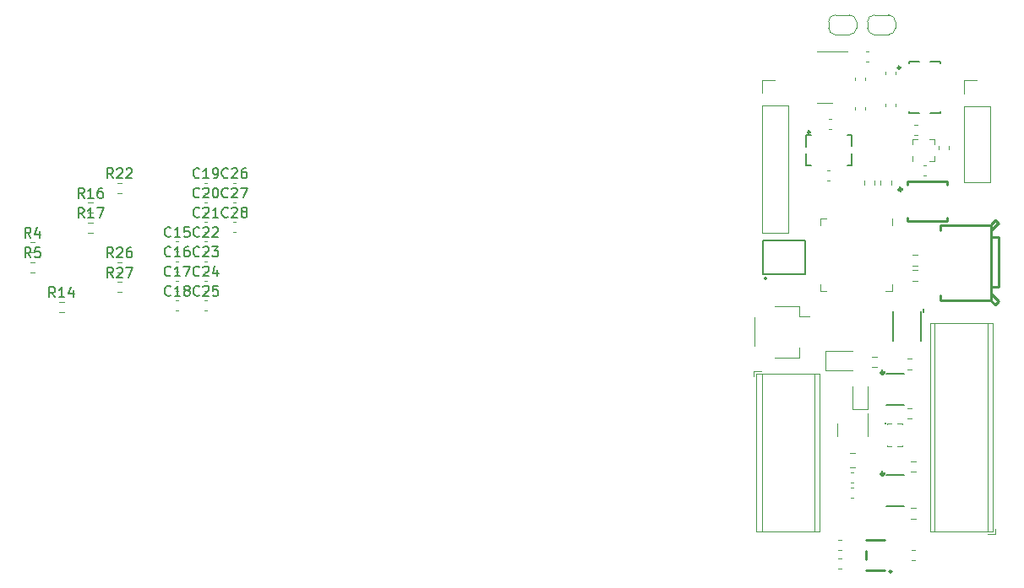
<source format=gbr>
%TF.GenerationSoftware,KiCad,Pcbnew,7.0.5*%
%TF.CreationDate,2023-12-09T18:35:52-08:00*%
%TF.ProjectId,Lyrav3,4c797261-7633-42e6-9b69-6361645f7063,rev?*%
%TF.SameCoordinates,Original*%
%TF.FileFunction,Legend,Top*%
%TF.FilePolarity,Positive*%
%FSLAX46Y46*%
G04 Gerber Fmt 4.6, Leading zero omitted, Abs format (unit mm)*
G04 Created by KiCad (PCBNEW 7.0.5) date 2023-12-09 18:35:52*
%MOMM*%
%LPD*%
G01*
G04 APERTURE LIST*
%ADD10C,0.150000*%
%ADD11C,0.120000*%
%ADD12C,0.300000*%
%ADD13C,0.200000*%
%ADD14C,0.250000*%
%ADD15C,0.100000*%
G04 APERTURE END LIST*
D10*
%TO.C,R27*%
X119720142Y-85796819D02*
X119386809Y-85320628D01*
X119148714Y-85796819D02*
X119148714Y-84796819D01*
X119148714Y-84796819D02*
X119529666Y-84796819D01*
X119529666Y-84796819D02*
X119624904Y-84844438D01*
X119624904Y-84844438D02*
X119672523Y-84892057D01*
X119672523Y-84892057D02*
X119720142Y-84987295D01*
X119720142Y-84987295D02*
X119720142Y-85130152D01*
X119720142Y-85130152D02*
X119672523Y-85225390D01*
X119672523Y-85225390D02*
X119624904Y-85273009D01*
X119624904Y-85273009D02*
X119529666Y-85320628D01*
X119529666Y-85320628D02*
X119148714Y-85320628D01*
X120101095Y-84892057D02*
X120148714Y-84844438D01*
X120148714Y-84844438D02*
X120243952Y-84796819D01*
X120243952Y-84796819D02*
X120482047Y-84796819D01*
X120482047Y-84796819D02*
X120577285Y-84844438D01*
X120577285Y-84844438D02*
X120624904Y-84892057D01*
X120624904Y-84892057D02*
X120672523Y-84987295D01*
X120672523Y-84987295D02*
X120672523Y-85082533D01*
X120672523Y-85082533D02*
X120624904Y-85225390D01*
X120624904Y-85225390D02*
X120053476Y-85796819D01*
X120053476Y-85796819D02*
X120672523Y-85796819D01*
X121005857Y-84796819D02*
X121672523Y-84796819D01*
X121672523Y-84796819D02*
X121243952Y-85796819D01*
%TO.C,R26*%
X119720142Y-83806819D02*
X119386809Y-83330628D01*
X119148714Y-83806819D02*
X119148714Y-82806819D01*
X119148714Y-82806819D02*
X119529666Y-82806819D01*
X119529666Y-82806819D02*
X119624904Y-82854438D01*
X119624904Y-82854438D02*
X119672523Y-82902057D01*
X119672523Y-82902057D02*
X119720142Y-82997295D01*
X119720142Y-82997295D02*
X119720142Y-83140152D01*
X119720142Y-83140152D02*
X119672523Y-83235390D01*
X119672523Y-83235390D02*
X119624904Y-83283009D01*
X119624904Y-83283009D02*
X119529666Y-83330628D01*
X119529666Y-83330628D02*
X119148714Y-83330628D01*
X120101095Y-82902057D02*
X120148714Y-82854438D01*
X120148714Y-82854438D02*
X120243952Y-82806819D01*
X120243952Y-82806819D02*
X120482047Y-82806819D01*
X120482047Y-82806819D02*
X120577285Y-82854438D01*
X120577285Y-82854438D02*
X120624904Y-82902057D01*
X120624904Y-82902057D02*
X120672523Y-82997295D01*
X120672523Y-82997295D02*
X120672523Y-83092533D01*
X120672523Y-83092533D02*
X120624904Y-83235390D01*
X120624904Y-83235390D02*
X120053476Y-83806819D01*
X120053476Y-83806819D02*
X120672523Y-83806819D01*
X121529666Y-82806819D02*
X121339190Y-82806819D01*
X121339190Y-82806819D02*
X121243952Y-82854438D01*
X121243952Y-82854438D02*
X121196333Y-82902057D01*
X121196333Y-82902057D02*
X121101095Y-83044914D01*
X121101095Y-83044914D02*
X121053476Y-83235390D01*
X121053476Y-83235390D02*
X121053476Y-83616342D01*
X121053476Y-83616342D02*
X121101095Y-83711580D01*
X121101095Y-83711580D02*
X121148714Y-83759200D01*
X121148714Y-83759200D02*
X121243952Y-83806819D01*
X121243952Y-83806819D02*
X121434428Y-83806819D01*
X121434428Y-83806819D02*
X121529666Y-83759200D01*
X121529666Y-83759200D02*
X121577285Y-83711580D01*
X121577285Y-83711580D02*
X121624904Y-83616342D01*
X121624904Y-83616342D02*
X121624904Y-83378247D01*
X121624904Y-83378247D02*
X121577285Y-83283009D01*
X121577285Y-83283009D02*
X121529666Y-83235390D01*
X121529666Y-83235390D02*
X121434428Y-83187771D01*
X121434428Y-83187771D02*
X121243952Y-83187771D01*
X121243952Y-83187771D02*
X121148714Y-83235390D01*
X121148714Y-83235390D02*
X121101095Y-83283009D01*
X121101095Y-83283009D02*
X121053476Y-83378247D01*
%TO.C,R22*%
X119720142Y-75846819D02*
X119386809Y-75370628D01*
X119148714Y-75846819D02*
X119148714Y-74846819D01*
X119148714Y-74846819D02*
X119529666Y-74846819D01*
X119529666Y-74846819D02*
X119624904Y-74894438D01*
X119624904Y-74894438D02*
X119672523Y-74942057D01*
X119672523Y-74942057D02*
X119720142Y-75037295D01*
X119720142Y-75037295D02*
X119720142Y-75180152D01*
X119720142Y-75180152D02*
X119672523Y-75275390D01*
X119672523Y-75275390D02*
X119624904Y-75323009D01*
X119624904Y-75323009D02*
X119529666Y-75370628D01*
X119529666Y-75370628D02*
X119148714Y-75370628D01*
X120101095Y-74942057D02*
X120148714Y-74894438D01*
X120148714Y-74894438D02*
X120243952Y-74846819D01*
X120243952Y-74846819D02*
X120482047Y-74846819D01*
X120482047Y-74846819D02*
X120577285Y-74894438D01*
X120577285Y-74894438D02*
X120624904Y-74942057D01*
X120624904Y-74942057D02*
X120672523Y-75037295D01*
X120672523Y-75037295D02*
X120672523Y-75132533D01*
X120672523Y-75132533D02*
X120624904Y-75275390D01*
X120624904Y-75275390D02*
X120053476Y-75846819D01*
X120053476Y-75846819D02*
X120672523Y-75846819D01*
X121053476Y-74942057D02*
X121101095Y-74894438D01*
X121101095Y-74894438D02*
X121196333Y-74846819D01*
X121196333Y-74846819D02*
X121434428Y-74846819D01*
X121434428Y-74846819D02*
X121529666Y-74894438D01*
X121529666Y-74894438D02*
X121577285Y-74942057D01*
X121577285Y-74942057D02*
X121624904Y-75037295D01*
X121624904Y-75037295D02*
X121624904Y-75132533D01*
X121624904Y-75132533D02*
X121577285Y-75275390D01*
X121577285Y-75275390D02*
X121005857Y-75846819D01*
X121005857Y-75846819D02*
X121624904Y-75846819D01*
%TO.C,R17*%
X116810142Y-79826819D02*
X116476809Y-79350628D01*
X116238714Y-79826819D02*
X116238714Y-78826819D01*
X116238714Y-78826819D02*
X116619666Y-78826819D01*
X116619666Y-78826819D02*
X116714904Y-78874438D01*
X116714904Y-78874438D02*
X116762523Y-78922057D01*
X116762523Y-78922057D02*
X116810142Y-79017295D01*
X116810142Y-79017295D02*
X116810142Y-79160152D01*
X116810142Y-79160152D02*
X116762523Y-79255390D01*
X116762523Y-79255390D02*
X116714904Y-79303009D01*
X116714904Y-79303009D02*
X116619666Y-79350628D01*
X116619666Y-79350628D02*
X116238714Y-79350628D01*
X117762523Y-79826819D02*
X117191095Y-79826819D01*
X117476809Y-79826819D02*
X117476809Y-78826819D01*
X117476809Y-78826819D02*
X117381571Y-78969676D01*
X117381571Y-78969676D02*
X117286333Y-79064914D01*
X117286333Y-79064914D02*
X117191095Y-79112533D01*
X118095857Y-78826819D02*
X118762523Y-78826819D01*
X118762523Y-78826819D02*
X118333952Y-79826819D01*
%TO.C,R16*%
X116810142Y-77836819D02*
X116476809Y-77360628D01*
X116238714Y-77836819D02*
X116238714Y-76836819D01*
X116238714Y-76836819D02*
X116619666Y-76836819D01*
X116619666Y-76836819D02*
X116714904Y-76884438D01*
X116714904Y-76884438D02*
X116762523Y-76932057D01*
X116762523Y-76932057D02*
X116810142Y-77027295D01*
X116810142Y-77027295D02*
X116810142Y-77170152D01*
X116810142Y-77170152D02*
X116762523Y-77265390D01*
X116762523Y-77265390D02*
X116714904Y-77313009D01*
X116714904Y-77313009D02*
X116619666Y-77360628D01*
X116619666Y-77360628D02*
X116238714Y-77360628D01*
X117762523Y-77836819D02*
X117191095Y-77836819D01*
X117476809Y-77836819D02*
X117476809Y-76836819D01*
X117476809Y-76836819D02*
X117381571Y-76979676D01*
X117381571Y-76979676D02*
X117286333Y-77074914D01*
X117286333Y-77074914D02*
X117191095Y-77122533D01*
X118619666Y-76836819D02*
X118429190Y-76836819D01*
X118429190Y-76836819D02*
X118333952Y-76884438D01*
X118333952Y-76884438D02*
X118286333Y-76932057D01*
X118286333Y-76932057D02*
X118191095Y-77074914D01*
X118191095Y-77074914D02*
X118143476Y-77265390D01*
X118143476Y-77265390D02*
X118143476Y-77646342D01*
X118143476Y-77646342D02*
X118191095Y-77741580D01*
X118191095Y-77741580D02*
X118238714Y-77789200D01*
X118238714Y-77789200D02*
X118333952Y-77836819D01*
X118333952Y-77836819D02*
X118524428Y-77836819D01*
X118524428Y-77836819D02*
X118619666Y-77789200D01*
X118619666Y-77789200D02*
X118667285Y-77741580D01*
X118667285Y-77741580D02*
X118714904Y-77646342D01*
X118714904Y-77646342D02*
X118714904Y-77408247D01*
X118714904Y-77408247D02*
X118667285Y-77313009D01*
X118667285Y-77313009D02*
X118619666Y-77265390D01*
X118619666Y-77265390D02*
X118524428Y-77217771D01*
X118524428Y-77217771D02*
X118333952Y-77217771D01*
X118333952Y-77217771D02*
X118238714Y-77265390D01*
X118238714Y-77265390D02*
X118191095Y-77313009D01*
X118191095Y-77313009D02*
X118143476Y-77408247D01*
%TO.C,R14*%
X113900142Y-87786819D02*
X113566809Y-87310628D01*
X113328714Y-87786819D02*
X113328714Y-86786819D01*
X113328714Y-86786819D02*
X113709666Y-86786819D01*
X113709666Y-86786819D02*
X113804904Y-86834438D01*
X113804904Y-86834438D02*
X113852523Y-86882057D01*
X113852523Y-86882057D02*
X113900142Y-86977295D01*
X113900142Y-86977295D02*
X113900142Y-87120152D01*
X113900142Y-87120152D02*
X113852523Y-87215390D01*
X113852523Y-87215390D02*
X113804904Y-87263009D01*
X113804904Y-87263009D02*
X113709666Y-87310628D01*
X113709666Y-87310628D02*
X113328714Y-87310628D01*
X114852523Y-87786819D02*
X114281095Y-87786819D01*
X114566809Y-87786819D02*
X114566809Y-86786819D01*
X114566809Y-86786819D02*
X114471571Y-86929676D01*
X114471571Y-86929676D02*
X114376333Y-87024914D01*
X114376333Y-87024914D02*
X114281095Y-87072533D01*
X115709666Y-87120152D02*
X115709666Y-87786819D01*
X115471571Y-86739200D02*
X115233476Y-87453485D01*
X115233476Y-87453485D02*
X115852523Y-87453485D01*
%TO.C,R5*%
X111466333Y-83806819D02*
X111133000Y-83330628D01*
X110894905Y-83806819D02*
X110894905Y-82806819D01*
X110894905Y-82806819D02*
X111275857Y-82806819D01*
X111275857Y-82806819D02*
X111371095Y-82854438D01*
X111371095Y-82854438D02*
X111418714Y-82902057D01*
X111418714Y-82902057D02*
X111466333Y-82997295D01*
X111466333Y-82997295D02*
X111466333Y-83140152D01*
X111466333Y-83140152D02*
X111418714Y-83235390D01*
X111418714Y-83235390D02*
X111371095Y-83283009D01*
X111371095Y-83283009D02*
X111275857Y-83330628D01*
X111275857Y-83330628D02*
X110894905Y-83330628D01*
X112371095Y-82806819D02*
X111894905Y-82806819D01*
X111894905Y-82806819D02*
X111847286Y-83283009D01*
X111847286Y-83283009D02*
X111894905Y-83235390D01*
X111894905Y-83235390D02*
X111990143Y-83187771D01*
X111990143Y-83187771D02*
X112228238Y-83187771D01*
X112228238Y-83187771D02*
X112323476Y-83235390D01*
X112323476Y-83235390D02*
X112371095Y-83283009D01*
X112371095Y-83283009D02*
X112418714Y-83378247D01*
X112418714Y-83378247D02*
X112418714Y-83616342D01*
X112418714Y-83616342D02*
X112371095Y-83711580D01*
X112371095Y-83711580D02*
X112323476Y-83759200D01*
X112323476Y-83759200D02*
X112228238Y-83806819D01*
X112228238Y-83806819D02*
X111990143Y-83806819D01*
X111990143Y-83806819D02*
X111894905Y-83759200D01*
X111894905Y-83759200D02*
X111847286Y-83711580D01*
%TO.C,R4*%
X111466333Y-81816819D02*
X111133000Y-81340628D01*
X110894905Y-81816819D02*
X110894905Y-80816819D01*
X110894905Y-80816819D02*
X111275857Y-80816819D01*
X111275857Y-80816819D02*
X111371095Y-80864438D01*
X111371095Y-80864438D02*
X111418714Y-80912057D01*
X111418714Y-80912057D02*
X111466333Y-81007295D01*
X111466333Y-81007295D02*
X111466333Y-81150152D01*
X111466333Y-81150152D02*
X111418714Y-81245390D01*
X111418714Y-81245390D02*
X111371095Y-81293009D01*
X111371095Y-81293009D02*
X111275857Y-81340628D01*
X111275857Y-81340628D02*
X110894905Y-81340628D01*
X112323476Y-81150152D02*
X112323476Y-81816819D01*
X112085381Y-80769200D02*
X111847286Y-81483485D01*
X111847286Y-81483485D02*
X112466333Y-81483485D01*
%TO.C,C28*%
X131220142Y-79681580D02*
X131172523Y-79729200D01*
X131172523Y-79729200D02*
X131029666Y-79776819D01*
X131029666Y-79776819D02*
X130934428Y-79776819D01*
X130934428Y-79776819D02*
X130791571Y-79729200D01*
X130791571Y-79729200D02*
X130696333Y-79633961D01*
X130696333Y-79633961D02*
X130648714Y-79538723D01*
X130648714Y-79538723D02*
X130601095Y-79348247D01*
X130601095Y-79348247D02*
X130601095Y-79205390D01*
X130601095Y-79205390D02*
X130648714Y-79014914D01*
X130648714Y-79014914D02*
X130696333Y-78919676D01*
X130696333Y-78919676D02*
X130791571Y-78824438D01*
X130791571Y-78824438D02*
X130934428Y-78776819D01*
X130934428Y-78776819D02*
X131029666Y-78776819D01*
X131029666Y-78776819D02*
X131172523Y-78824438D01*
X131172523Y-78824438D02*
X131220142Y-78872057D01*
X131601095Y-78872057D02*
X131648714Y-78824438D01*
X131648714Y-78824438D02*
X131743952Y-78776819D01*
X131743952Y-78776819D02*
X131982047Y-78776819D01*
X131982047Y-78776819D02*
X132077285Y-78824438D01*
X132077285Y-78824438D02*
X132124904Y-78872057D01*
X132124904Y-78872057D02*
X132172523Y-78967295D01*
X132172523Y-78967295D02*
X132172523Y-79062533D01*
X132172523Y-79062533D02*
X132124904Y-79205390D01*
X132124904Y-79205390D02*
X131553476Y-79776819D01*
X131553476Y-79776819D02*
X132172523Y-79776819D01*
X132743952Y-79205390D02*
X132648714Y-79157771D01*
X132648714Y-79157771D02*
X132601095Y-79110152D01*
X132601095Y-79110152D02*
X132553476Y-79014914D01*
X132553476Y-79014914D02*
X132553476Y-78967295D01*
X132553476Y-78967295D02*
X132601095Y-78872057D01*
X132601095Y-78872057D02*
X132648714Y-78824438D01*
X132648714Y-78824438D02*
X132743952Y-78776819D01*
X132743952Y-78776819D02*
X132934428Y-78776819D01*
X132934428Y-78776819D02*
X133029666Y-78824438D01*
X133029666Y-78824438D02*
X133077285Y-78872057D01*
X133077285Y-78872057D02*
X133124904Y-78967295D01*
X133124904Y-78967295D02*
X133124904Y-79014914D01*
X133124904Y-79014914D02*
X133077285Y-79110152D01*
X133077285Y-79110152D02*
X133029666Y-79157771D01*
X133029666Y-79157771D02*
X132934428Y-79205390D01*
X132934428Y-79205390D02*
X132743952Y-79205390D01*
X132743952Y-79205390D02*
X132648714Y-79253009D01*
X132648714Y-79253009D02*
X132601095Y-79300628D01*
X132601095Y-79300628D02*
X132553476Y-79395866D01*
X132553476Y-79395866D02*
X132553476Y-79586342D01*
X132553476Y-79586342D02*
X132601095Y-79681580D01*
X132601095Y-79681580D02*
X132648714Y-79729200D01*
X132648714Y-79729200D02*
X132743952Y-79776819D01*
X132743952Y-79776819D02*
X132934428Y-79776819D01*
X132934428Y-79776819D02*
X133029666Y-79729200D01*
X133029666Y-79729200D02*
X133077285Y-79681580D01*
X133077285Y-79681580D02*
X133124904Y-79586342D01*
X133124904Y-79586342D02*
X133124904Y-79395866D01*
X133124904Y-79395866D02*
X133077285Y-79300628D01*
X133077285Y-79300628D02*
X133029666Y-79253009D01*
X133029666Y-79253009D02*
X132934428Y-79205390D01*
%TO.C,C27*%
X131220142Y-77711580D02*
X131172523Y-77759200D01*
X131172523Y-77759200D02*
X131029666Y-77806819D01*
X131029666Y-77806819D02*
X130934428Y-77806819D01*
X130934428Y-77806819D02*
X130791571Y-77759200D01*
X130791571Y-77759200D02*
X130696333Y-77663961D01*
X130696333Y-77663961D02*
X130648714Y-77568723D01*
X130648714Y-77568723D02*
X130601095Y-77378247D01*
X130601095Y-77378247D02*
X130601095Y-77235390D01*
X130601095Y-77235390D02*
X130648714Y-77044914D01*
X130648714Y-77044914D02*
X130696333Y-76949676D01*
X130696333Y-76949676D02*
X130791571Y-76854438D01*
X130791571Y-76854438D02*
X130934428Y-76806819D01*
X130934428Y-76806819D02*
X131029666Y-76806819D01*
X131029666Y-76806819D02*
X131172523Y-76854438D01*
X131172523Y-76854438D02*
X131220142Y-76902057D01*
X131601095Y-76902057D02*
X131648714Y-76854438D01*
X131648714Y-76854438D02*
X131743952Y-76806819D01*
X131743952Y-76806819D02*
X131982047Y-76806819D01*
X131982047Y-76806819D02*
X132077285Y-76854438D01*
X132077285Y-76854438D02*
X132124904Y-76902057D01*
X132124904Y-76902057D02*
X132172523Y-76997295D01*
X132172523Y-76997295D02*
X132172523Y-77092533D01*
X132172523Y-77092533D02*
X132124904Y-77235390D01*
X132124904Y-77235390D02*
X131553476Y-77806819D01*
X131553476Y-77806819D02*
X132172523Y-77806819D01*
X132505857Y-76806819D02*
X133172523Y-76806819D01*
X133172523Y-76806819D02*
X132743952Y-77806819D01*
%TO.C,C26*%
X131220142Y-75741580D02*
X131172523Y-75789200D01*
X131172523Y-75789200D02*
X131029666Y-75836819D01*
X131029666Y-75836819D02*
X130934428Y-75836819D01*
X130934428Y-75836819D02*
X130791571Y-75789200D01*
X130791571Y-75789200D02*
X130696333Y-75693961D01*
X130696333Y-75693961D02*
X130648714Y-75598723D01*
X130648714Y-75598723D02*
X130601095Y-75408247D01*
X130601095Y-75408247D02*
X130601095Y-75265390D01*
X130601095Y-75265390D02*
X130648714Y-75074914D01*
X130648714Y-75074914D02*
X130696333Y-74979676D01*
X130696333Y-74979676D02*
X130791571Y-74884438D01*
X130791571Y-74884438D02*
X130934428Y-74836819D01*
X130934428Y-74836819D02*
X131029666Y-74836819D01*
X131029666Y-74836819D02*
X131172523Y-74884438D01*
X131172523Y-74884438D02*
X131220142Y-74932057D01*
X131601095Y-74932057D02*
X131648714Y-74884438D01*
X131648714Y-74884438D02*
X131743952Y-74836819D01*
X131743952Y-74836819D02*
X131982047Y-74836819D01*
X131982047Y-74836819D02*
X132077285Y-74884438D01*
X132077285Y-74884438D02*
X132124904Y-74932057D01*
X132124904Y-74932057D02*
X132172523Y-75027295D01*
X132172523Y-75027295D02*
X132172523Y-75122533D01*
X132172523Y-75122533D02*
X132124904Y-75265390D01*
X132124904Y-75265390D02*
X131553476Y-75836819D01*
X131553476Y-75836819D02*
X132172523Y-75836819D01*
X133029666Y-74836819D02*
X132839190Y-74836819D01*
X132839190Y-74836819D02*
X132743952Y-74884438D01*
X132743952Y-74884438D02*
X132696333Y-74932057D01*
X132696333Y-74932057D02*
X132601095Y-75074914D01*
X132601095Y-75074914D02*
X132553476Y-75265390D01*
X132553476Y-75265390D02*
X132553476Y-75646342D01*
X132553476Y-75646342D02*
X132601095Y-75741580D01*
X132601095Y-75741580D02*
X132648714Y-75789200D01*
X132648714Y-75789200D02*
X132743952Y-75836819D01*
X132743952Y-75836819D02*
X132934428Y-75836819D01*
X132934428Y-75836819D02*
X133029666Y-75789200D01*
X133029666Y-75789200D02*
X133077285Y-75741580D01*
X133077285Y-75741580D02*
X133124904Y-75646342D01*
X133124904Y-75646342D02*
X133124904Y-75408247D01*
X133124904Y-75408247D02*
X133077285Y-75313009D01*
X133077285Y-75313009D02*
X133029666Y-75265390D01*
X133029666Y-75265390D02*
X132934428Y-75217771D01*
X132934428Y-75217771D02*
X132743952Y-75217771D01*
X132743952Y-75217771D02*
X132648714Y-75265390D01*
X132648714Y-75265390D02*
X132601095Y-75313009D01*
X132601095Y-75313009D02*
X132553476Y-75408247D01*
%TO.C,C25*%
X128350142Y-87561580D02*
X128302523Y-87609200D01*
X128302523Y-87609200D02*
X128159666Y-87656819D01*
X128159666Y-87656819D02*
X128064428Y-87656819D01*
X128064428Y-87656819D02*
X127921571Y-87609200D01*
X127921571Y-87609200D02*
X127826333Y-87513961D01*
X127826333Y-87513961D02*
X127778714Y-87418723D01*
X127778714Y-87418723D02*
X127731095Y-87228247D01*
X127731095Y-87228247D02*
X127731095Y-87085390D01*
X127731095Y-87085390D02*
X127778714Y-86894914D01*
X127778714Y-86894914D02*
X127826333Y-86799676D01*
X127826333Y-86799676D02*
X127921571Y-86704438D01*
X127921571Y-86704438D02*
X128064428Y-86656819D01*
X128064428Y-86656819D02*
X128159666Y-86656819D01*
X128159666Y-86656819D02*
X128302523Y-86704438D01*
X128302523Y-86704438D02*
X128350142Y-86752057D01*
X128731095Y-86752057D02*
X128778714Y-86704438D01*
X128778714Y-86704438D02*
X128873952Y-86656819D01*
X128873952Y-86656819D02*
X129112047Y-86656819D01*
X129112047Y-86656819D02*
X129207285Y-86704438D01*
X129207285Y-86704438D02*
X129254904Y-86752057D01*
X129254904Y-86752057D02*
X129302523Y-86847295D01*
X129302523Y-86847295D02*
X129302523Y-86942533D01*
X129302523Y-86942533D02*
X129254904Y-87085390D01*
X129254904Y-87085390D02*
X128683476Y-87656819D01*
X128683476Y-87656819D02*
X129302523Y-87656819D01*
X130207285Y-86656819D02*
X129731095Y-86656819D01*
X129731095Y-86656819D02*
X129683476Y-87133009D01*
X129683476Y-87133009D02*
X129731095Y-87085390D01*
X129731095Y-87085390D02*
X129826333Y-87037771D01*
X129826333Y-87037771D02*
X130064428Y-87037771D01*
X130064428Y-87037771D02*
X130159666Y-87085390D01*
X130159666Y-87085390D02*
X130207285Y-87133009D01*
X130207285Y-87133009D02*
X130254904Y-87228247D01*
X130254904Y-87228247D02*
X130254904Y-87466342D01*
X130254904Y-87466342D02*
X130207285Y-87561580D01*
X130207285Y-87561580D02*
X130159666Y-87609200D01*
X130159666Y-87609200D02*
X130064428Y-87656819D01*
X130064428Y-87656819D02*
X129826333Y-87656819D01*
X129826333Y-87656819D02*
X129731095Y-87609200D01*
X129731095Y-87609200D02*
X129683476Y-87561580D01*
%TO.C,C24*%
X128350142Y-85591580D02*
X128302523Y-85639200D01*
X128302523Y-85639200D02*
X128159666Y-85686819D01*
X128159666Y-85686819D02*
X128064428Y-85686819D01*
X128064428Y-85686819D02*
X127921571Y-85639200D01*
X127921571Y-85639200D02*
X127826333Y-85543961D01*
X127826333Y-85543961D02*
X127778714Y-85448723D01*
X127778714Y-85448723D02*
X127731095Y-85258247D01*
X127731095Y-85258247D02*
X127731095Y-85115390D01*
X127731095Y-85115390D02*
X127778714Y-84924914D01*
X127778714Y-84924914D02*
X127826333Y-84829676D01*
X127826333Y-84829676D02*
X127921571Y-84734438D01*
X127921571Y-84734438D02*
X128064428Y-84686819D01*
X128064428Y-84686819D02*
X128159666Y-84686819D01*
X128159666Y-84686819D02*
X128302523Y-84734438D01*
X128302523Y-84734438D02*
X128350142Y-84782057D01*
X128731095Y-84782057D02*
X128778714Y-84734438D01*
X128778714Y-84734438D02*
X128873952Y-84686819D01*
X128873952Y-84686819D02*
X129112047Y-84686819D01*
X129112047Y-84686819D02*
X129207285Y-84734438D01*
X129207285Y-84734438D02*
X129254904Y-84782057D01*
X129254904Y-84782057D02*
X129302523Y-84877295D01*
X129302523Y-84877295D02*
X129302523Y-84972533D01*
X129302523Y-84972533D02*
X129254904Y-85115390D01*
X129254904Y-85115390D02*
X128683476Y-85686819D01*
X128683476Y-85686819D02*
X129302523Y-85686819D01*
X130159666Y-85020152D02*
X130159666Y-85686819D01*
X129921571Y-84639200D02*
X129683476Y-85353485D01*
X129683476Y-85353485D02*
X130302523Y-85353485D01*
%TO.C,C23*%
X128350142Y-83621580D02*
X128302523Y-83669200D01*
X128302523Y-83669200D02*
X128159666Y-83716819D01*
X128159666Y-83716819D02*
X128064428Y-83716819D01*
X128064428Y-83716819D02*
X127921571Y-83669200D01*
X127921571Y-83669200D02*
X127826333Y-83573961D01*
X127826333Y-83573961D02*
X127778714Y-83478723D01*
X127778714Y-83478723D02*
X127731095Y-83288247D01*
X127731095Y-83288247D02*
X127731095Y-83145390D01*
X127731095Y-83145390D02*
X127778714Y-82954914D01*
X127778714Y-82954914D02*
X127826333Y-82859676D01*
X127826333Y-82859676D02*
X127921571Y-82764438D01*
X127921571Y-82764438D02*
X128064428Y-82716819D01*
X128064428Y-82716819D02*
X128159666Y-82716819D01*
X128159666Y-82716819D02*
X128302523Y-82764438D01*
X128302523Y-82764438D02*
X128350142Y-82812057D01*
X128731095Y-82812057D02*
X128778714Y-82764438D01*
X128778714Y-82764438D02*
X128873952Y-82716819D01*
X128873952Y-82716819D02*
X129112047Y-82716819D01*
X129112047Y-82716819D02*
X129207285Y-82764438D01*
X129207285Y-82764438D02*
X129254904Y-82812057D01*
X129254904Y-82812057D02*
X129302523Y-82907295D01*
X129302523Y-82907295D02*
X129302523Y-83002533D01*
X129302523Y-83002533D02*
X129254904Y-83145390D01*
X129254904Y-83145390D02*
X128683476Y-83716819D01*
X128683476Y-83716819D02*
X129302523Y-83716819D01*
X129635857Y-82716819D02*
X130254904Y-82716819D01*
X130254904Y-82716819D02*
X129921571Y-83097771D01*
X129921571Y-83097771D02*
X130064428Y-83097771D01*
X130064428Y-83097771D02*
X130159666Y-83145390D01*
X130159666Y-83145390D02*
X130207285Y-83193009D01*
X130207285Y-83193009D02*
X130254904Y-83288247D01*
X130254904Y-83288247D02*
X130254904Y-83526342D01*
X130254904Y-83526342D02*
X130207285Y-83621580D01*
X130207285Y-83621580D02*
X130159666Y-83669200D01*
X130159666Y-83669200D02*
X130064428Y-83716819D01*
X130064428Y-83716819D02*
X129778714Y-83716819D01*
X129778714Y-83716819D02*
X129683476Y-83669200D01*
X129683476Y-83669200D02*
X129635857Y-83621580D01*
%TO.C,C22*%
X128350142Y-81651580D02*
X128302523Y-81699200D01*
X128302523Y-81699200D02*
X128159666Y-81746819D01*
X128159666Y-81746819D02*
X128064428Y-81746819D01*
X128064428Y-81746819D02*
X127921571Y-81699200D01*
X127921571Y-81699200D02*
X127826333Y-81603961D01*
X127826333Y-81603961D02*
X127778714Y-81508723D01*
X127778714Y-81508723D02*
X127731095Y-81318247D01*
X127731095Y-81318247D02*
X127731095Y-81175390D01*
X127731095Y-81175390D02*
X127778714Y-80984914D01*
X127778714Y-80984914D02*
X127826333Y-80889676D01*
X127826333Y-80889676D02*
X127921571Y-80794438D01*
X127921571Y-80794438D02*
X128064428Y-80746819D01*
X128064428Y-80746819D02*
X128159666Y-80746819D01*
X128159666Y-80746819D02*
X128302523Y-80794438D01*
X128302523Y-80794438D02*
X128350142Y-80842057D01*
X128731095Y-80842057D02*
X128778714Y-80794438D01*
X128778714Y-80794438D02*
X128873952Y-80746819D01*
X128873952Y-80746819D02*
X129112047Y-80746819D01*
X129112047Y-80746819D02*
X129207285Y-80794438D01*
X129207285Y-80794438D02*
X129254904Y-80842057D01*
X129254904Y-80842057D02*
X129302523Y-80937295D01*
X129302523Y-80937295D02*
X129302523Y-81032533D01*
X129302523Y-81032533D02*
X129254904Y-81175390D01*
X129254904Y-81175390D02*
X128683476Y-81746819D01*
X128683476Y-81746819D02*
X129302523Y-81746819D01*
X129683476Y-80842057D02*
X129731095Y-80794438D01*
X129731095Y-80794438D02*
X129826333Y-80746819D01*
X129826333Y-80746819D02*
X130064428Y-80746819D01*
X130064428Y-80746819D02*
X130159666Y-80794438D01*
X130159666Y-80794438D02*
X130207285Y-80842057D01*
X130207285Y-80842057D02*
X130254904Y-80937295D01*
X130254904Y-80937295D02*
X130254904Y-81032533D01*
X130254904Y-81032533D02*
X130207285Y-81175390D01*
X130207285Y-81175390D02*
X129635857Y-81746819D01*
X129635857Y-81746819D02*
X130254904Y-81746819D01*
%TO.C,C21*%
X128350142Y-79681580D02*
X128302523Y-79729200D01*
X128302523Y-79729200D02*
X128159666Y-79776819D01*
X128159666Y-79776819D02*
X128064428Y-79776819D01*
X128064428Y-79776819D02*
X127921571Y-79729200D01*
X127921571Y-79729200D02*
X127826333Y-79633961D01*
X127826333Y-79633961D02*
X127778714Y-79538723D01*
X127778714Y-79538723D02*
X127731095Y-79348247D01*
X127731095Y-79348247D02*
X127731095Y-79205390D01*
X127731095Y-79205390D02*
X127778714Y-79014914D01*
X127778714Y-79014914D02*
X127826333Y-78919676D01*
X127826333Y-78919676D02*
X127921571Y-78824438D01*
X127921571Y-78824438D02*
X128064428Y-78776819D01*
X128064428Y-78776819D02*
X128159666Y-78776819D01*
X128159666Y-78776819D02*
X128302523Y-78824438D01*
X128302523Y-78824438D02*
X128350142Y-78872057D01*
X128731095Y-78872057D02*
X128778714Y-78824438D01*
X128778714Y-78824438D02*
X128873952Y-78776819D01*
X128873952Y-78776819D02*
X129112047Y-78776819D01*
X129112047Y-78776819D02*
X129207285Y-78824438D01*
X129207285Y-78824438D02*
X129254904Y-78872057D01*
X129254904Y-78872057D02*
X129302523Y-78967295D01*
X129302523Y-78967295D02*
X129302523Y-79062533D01*
X129302523Y-79062533D02*
X129254904Y-79205390D01*
X129254904Y-79205390D02*
X128683476Y-79776819D01*
X128683476Y-79776819D02*
X129302523Y-79776819D01*
X130254904Y-79776819D02*
X129683476Y-79776819D01*
X129969190Y-79776819D02*
X129969190Y-78776819D01*
X129969190Y-78776819D02*
X129873952Y-78919676D01*
X129873952Y-78919676D02*
X129778714Y-79014914D01*
X129778714Y-79014914D02*
X129683476Y-79062533D01*
%TO.C,C20*%
X128350142Y-77711580D02*
X128302523Y-77759200D01*
X128302523Y-77759200D02*
X128159666Y-77806819D01*
X128159666Y-77806819D02*
X128064428Y-77806819D01*
X128064428Y-77806819D02*
X127921571Y-77759200D01*
X127921571Y-77759200D02*
X127826333Y-77663961D01*
X127826333Y-77663961D02*
X127778714Y-77568723D01*
X127778714Y-77568723D02*
X127731095Y-77378247D01*
X127731095Y-77378247D02*
X127731095Y-77235390D01*
X127731095Y-77235390D02*
X127778714Y-77044914D01*
X127778714Y-77044914D02*
X127826333Y-76949676D01*
X127826333Y-76949676D02*
X127921571Y-76854438D01*
X127921571Y-76854438D02*
X128064428Y-76806819D01*
X128064428Y-76806819D02*
X128159666Y-76806819D01*
X128159666Y-76806819D02*
X128302523Y-76854438D01*
X128302523Y-76854438D02*
X128350142Y-76902057D01*
X128731095Y-76902057D02*
X128778714Y-76854438D01*
X128778714Y-76854438D02*
X128873952Y-76806819D01*
X128873952Y-76806819D02*
X129112047Y-76806819D01*
X129112047Y-76806819D02*
X129207285Y-76854438D01*
X129207285Y-76854438D02*
X129254904Y-76902057D01*
X129254904Y-76902057D02*
X129302523Y-76997295D01*
X129302523Y-76997295D02*
X129302523Y-77092533D01*
X129302523Y-77092533D02*
X129254904Y-77235390D01*
X129254904Y-77235390D02*
X128683476Y-77806819D01*
X128683476Y-77806819D02*
X129302523Y-77806819D01*
X129921571Y-76806819D02*
X130016809Y-76806819D01*
X130016809Y-76806819D02*
X130112047Y-76854438D01*
X130112047Y-76854438D02*
X130159666Y-76902057D01*
X130159666Y-76902057D02*
X130207285Y-76997295D01*
X130207285Y-76997295D02*
X130254904Y-77187771D01*
X130254904Y-77187771D02*
X130254904Y-77425866D01*
X130254904Y-77425866D02*
X130207285Y-77616342D01*
X130207285Y-77616342D02*
X130159666Y-77711580D01*
X130159666Y-77711580D02*
X130112047Y-77759200D01*
X130112047Y-77759200D02*
X130016809Y-77806819D01*
X130016809Y-77806819D02*
X129921571Y-77806819D01*
X129921571Y-77806819D02*
X129826333Y-77759200D01*
X129826333Y-77759200D02*
X129778714Y-77711580D01*
X129778714Y-77711580D02*
X129731095Y-77616342D01*
X129731095Y-77616342D02*
X129683476Y-77425866D01*
X129683476Y-77425866D02*
X129683476Y-77187771D01*
X129683476Y-77187771D02*
X129731095Y-76997295D01*
X129731095Y-76997295D02*
X129778714Y-76902057D01*
X129778714Y-76902057D02*
X129826333Y-76854438D01*
X129826333Y-76854438D02*
X129921571Y-76806819D01*
%TO.C,C19*%
X128350142Y-75741580D02*
X128302523Y-75789200D01*
X128302523Y-75789200D02*
X128159666Y-75836819D01*
X128159666Y-75836819D02*
X128064428Y-75836819D01*
X128064428Y-75836819D02*
X127921571Y-75789200D01*
X127921571Y-75789200D02*
X127826333Y-75693961D01*
X127826333Y-75693961D02*
X127778714Y-75598723D01*
X127778714Y-75598723D02*
X127731095Y-75408247D01*
X127731095Y-75408247D02*
X127731095Y-75265390D01*
X127731095Y-75265390D02*
X127778714Y-75074914D01*
X127778714Y-75074914D02*
X127826333Y-74979676D01*
X127826333Y-74979676D02*
X127921571Y-74884438D01*
X127921571Y-74884438D02*
X128064428Y-74836819D01*
X128064428Y-74836819D02*
X128159666Y-74836819D01*
X128159666Y-74836819D02*
X128302523Y-74884438D01*
X128302523Y-74884438D02*
X128350142Y-74932057D01*
X129302523Y-75836819D02*
X128731095Y-75836819D01*
X129016809Y-75836819D02*
X129016809Y-74836819D01*
X129016809Y-74836819D02*
X128921571Y-74979676D01*
X128921571Y-74979676D02*
X128826333Y-75074914D01*
X128826333Y-75074914D02*
X128731095Y-75122533D01*
X129778714Y-75836819D02*
X129969190Y-75836819D01*
X129969190Y-75836819D02*
X130064428Y-75789200D01*
X130064428Y-75789200D02*
X130112047Y-75741580D01*
X130112047Y-75741580D02*
X130207285Y-75598723D01*
X130207285Y-75598723D02*
X130254904Y-75408247D01*
X130254904Y-75408247D02*
X130254904Y-75027295D01*
X130254904Y-75027295D02*
X130207285Y-74932057D01*
X130207285Y-74932057D02*
X130159666Y-74884438D01*
X130159666Y-74884438D02*
X130064428Y-74836819D01*
X130064428Y-74836819D02*
X129873952Y-74836819D01*
X129873952Y-74836819D02*
X129778714Y-74884438D01*
X129778714Y-74884438D02*
X129731095Y-74932057D01*
X129731095Y-74932057D02*
X129683476Y-75027295D01*
X129683476Y-75027295D02*
X129683476Y-75265390D01*
X129683476Y-75265390D02*
X129731095Y-75360628D01*
X129731095Y-75360628D02*
X129778714Y-75408247D01*
X129778714Y-75408247D02*
X129873952Y-75455866D01*
X129873952Y-75455866D02*
X130064428Y-75455866D01*
X130064428Y-75455866D02*
X130159666Y-75408247D01*
X130159666Y-75408247D02*
X130207285Y-75360628D01*
X130207285Y-75360628D02*
X130254904Y-75265390D01*
%TO.C,C18*%
X125480142Y-87561580D02*
X125432523Y-87609200D01*
X125432523Y-87609200D02*
X125289666Y-87656819D01*
X125289666Y-87656819D02*
X125194428Y-87656819D01*
X125194428Y-87656819D02*
X125051571Y-87609200D01*
X125051571Y-87609200D02*
X124956333Y-87513961D01*
X124956333Y-87513961D02*
X124908714Y-87418723D01*
X124908714Y-87418723D02*
X124861095Y-87228247D01*
X124861095Y-87228247D02*
X124861095Y-87085390D01*
X124861095Y-87085390D02*
X124908714Y-86894914D01*
X124908714Y-86894914D02*
X124956333Y-86799676D01*
X124956333Y-86799676D02*
X125051571Y-86704438D01*
X125051571Y-86704438D02*
X125194428Y-86656819D01*
X125194428Y-86656819D02*
X125289666Y-86656819D01*
X125289666Y-86656819D02*
X125432523Y-86704438D01*
X125432523Y-86704438D02*
X125480142Y-86752057D01*
X126432523Y-87656819D02*
X125861095Y-87656819D01*
X126146809Y-87656819D02*
X126146809Y-86656819D01*
X126146809Y-86656819D02*
X126051571Y-86799676D01*
X126051571Y-86799676D02*
X125956333Y-86894914D01*
X125956333Y-86894914D02*
X125861095Y-86942533D01*
X127003952Y-87085390D02*
X126908714Y-87037771D01*
X126908714Y-87037771D02*
X126861095Y-86990152D01*
X126861095Y-86990152D02*
X126813476Y-86894914D01*
X126813476Y-86894914D02*
X126813476Y-86847295D01*
X126813476Y-86847295D02*
X126861095Y-86752057D01*
X126861095Y-86752057D02*
X126908714Y-86704438D01*
X126908714Y-86704438D02*
X127003952Y-86656819D01*
X127003952Y-86656819D02*
X127194428Y-86656819D01*
X127194428Y-86656819D02*
X127289666Y-86704438D01*
X127289666Y-86704438D02*
X127337285Y-86752057D01*
X127337285Y-86752057D02*
X127384904Y-86847295D01*
X127384904Y-86847295D02*
X127384904Y-86894914D01*
X127384904Y-86894914D02*
X127337285Y-86990152D01*
X127337285Y-86990152D02*
X127289666Y-87037771D01*
X127289666Y-87037771D02*
X127194428Y-87085390D01*
X127194428Y-87085390D02*
X127003952Y-87085390D01*
X127003952Y-87085390D02*
X126908714Y-87133009D01*
X126908714Y-87133009D02*
X126861095Y-87180628D01*
X126861095Y-87180628D02*
X126813476Y-87275866D01*
X126813476Y-87275866D02*
X126813476Y-87466342D01*
X126813476Y-87466342D02*
X126861095Y-87561580D01*
X126861095Y-87561580D02*
X126908714Y-87609200D01*
X126908714Y-87609200D02*
X127003952Y-87656819D01*
X127003952Y-87656819D02*
X127194428Y-87656819D01*
X127194428Y-87656819D02*
X127289666Y-87609200D01*
X127289666Y-87609200D02*
X127337285Y-87561580D01*
X127337285Y-87561580D02*
X127384904Y-87466342D01*
X127384904Y-87466342D02*
X127384904Y-87275866D01*
X127384904Y-87275866D02*
X127337285Y-87180628D01*
X127337285Y-87180628D02*
X127289666Y-87133009D01*
X127289666Y-87133009D02*
X127194428Y-87085390D01*
%TO.C,C17*%
X125480142Y-85591580D02*
X125432523Y-85639200D01*
X125432523Y-85639200D02*
X125289666Y-85686819D01*
X125289666Y-85686819D02*
X125194428Y-85686819D01*
X125194428Y-85686819D02*
X125051571Y-85639200D01*
X125051571Y-85639200D02*
X124956333Y-85543961D01*
X124956333Y-85543961D02*
X124908714Y-85448723D01*
X124908714Y-85448723D02*
X124861095Y-85258247D01*
X124861095Y-85258247D02*
X124861095Y-85115390D01*
X124861095Y-85115390D02*
X124908714Y-84924914D01*
X124908714Y-84924914D02*
X124956333Y-84829676D01*
X124956333Y-84829676D02*
X125051571Y-84734438D01*
X125051571Y-84734438D02*
X125194428Y-84686819D01*
X125194428Y-84686819D02*
X125289666Y-84686819D01*
X125289666Y-84686819D02*
X125432523Y-84734438D01*
X125432523Y-84734438D02*
X125480142Y-84782057D01*
X126432523Y-85686819D02*
X125861095Y-85686819D01*
X126146809Y-85686819D02*
X126146809Y-84686819D01*
X126146809Y-84686819D02*
X126051571Y-84829676D01*
X126051571Y-84829676D02*
X125956333Y-84924914D01*
X125956333Y-84924914D02*
X125861095Y-84972533D01*
X126765857Y-84686819D02*
X127432523Y-84686819D01*
X127432523Y-84686819D02*
X127003952Y-85686819D01*
%TO.C,C16*%
X125480142Y-83621580D02*
X125432523Y-83669200D01*
X125432523Y-83669200D02*
X125289666Y-83716819D01*
X125289666Y-83716819D02*
X125194428Y-83716819D01*
X125194428Y-83716819D02*
X125051571Y-83669200D01*
X125051571Y-83669200D02*
X124956333Y-83573961D01*
X124956333Y-83573961D02*
X124908714Y-83478723D01*
X124908714Y-83478723D02*
X124861095Y-83288247D01*
X124861095Y-83288247D02*
X124861095Y-83145390D01*
X124861095Y-83145390D02*
X124908714Y-82954914D01*
X124908714Y-82954914D02*
X124956333Y-82859676D01*
X124956333Y-82859676D02*
X125051571Y-82764438D01*
X125051571Y-82764438D02*
X125194428Y-82716819D01*
X125194428Y-82716819D02*
X125289666Y-82716819D01*
X125289666Y-82716819D02*
X125432523Y-82764438D01*
X125432523Y-82764438D02*
X125480142Y-82812057D01*
X126432523Y-83716819D02*
X125861095Y-83716819D01*
X126146809Y-83716819D02*
X126146809Y-82716819D01*
X126146809Y-82716819D02*
X126051571Y-82859676D01*
X126051571Y-82859676D02*
X125956333Y-82954914D01*
X125956333Y-82954914D02*
X125861095Y-83002533D01*
X127289666Y-82716819D02*
X127099190Y-82716819D01*
X127099190Y-82716819D02*
X127003952Y-82764438D01*
X127003952Y-82764438D02*
X126956333Y-82812057D01*
X126956333Y-82812057D02*
X126861095Y-82954914D01*
X126861095Y-82954914D02*
X126813476Y-83145390D01*
X126813476Y-83145390D02*
X126813476Y-83526342D01*
X126813476Y-83526342D02*
X126861095Y-83621580D01*
X126861095Y-83621580D02*
X126908714Y-83669200D01*
X126908714Y-83669200D02*
X127003952Y-83716819D01*
X127003952Y-83716819D02*
X127194428Y-83716819D01*
X127194428Y-83716819D02*
X127289666Y-83669200D01*
X127289666Y-83669200D02*
X127337285Y-83621580D01*
X127337285Y-83621580D02*
X127384904Y-83526342D01*
X127384904Y-83526342D02*
X127384904Y-83288247D01*
X127384904Y-83288247D02*
X127337285Y-83193009D01*
X127337285Y-83193009D02*
X127289666Y-83145390D01*
X127289666Y-83145390D02*
X127194428Y-83097771D01*
X127194428Y-83097771D02*
X127003952Y-83097771D01*
X127003952Y-83097771D02*
X126908714Y-83145390D01*
X126908714Y-83145390D02*
X126861095Y-83193009D01*
X126861095Y-83193009D02*
X126813476Y-83288247D01*
%TO.C,C15*%
X125480142Y-81651580D02*
X125432523Y-81699200D01*
X125432523Y-81699200D02*
X125289666Y-81746819D01*
X125289666Y-81746819D02*
X125194428Y-81746819D01*
X125194428Y-81746819D02*
X125051571Y-81699200D01*
X125051571Y-81699200D02*
X124956333Y-81603961D01*
X124956333Y-81603961D02*
X124908714Y-81508723D01*
X124908714Y-81508723D02*
X124861095Y-81318247D01*
X124861095Y-81318247D02*
X124861095Y-81175390D01*
X124861095Y-81175390D02*
X124908714Y-80984914D01*
X124908714Y-80984914D02*
X124956333Y-80889676D01*
X124956333Y-80889676D02*
X125051571Y-80794438D01*
X125051571Y-80794438D02*
X125194428Y-80746819D01*
X125194428Y-80746819D02*
X125289666Y-80746819D01*
X125289666Y-80746819D02*
X125432523Y-80794438D01*
X125432523Y-80794438D02*
X125480142Y-80842057D01*
X126432523Y-81746819D02*
X125861095Y-81746819D01*
X126146809Y-81746819D02*
X126146809Y-80746819D01*
X126146809Y-80746819D02*
X126051571Y-80889676D01*
X126051571Y-80889676D02*
X125956333Y-80984914D01*
X125956333Y-80984914D02*
X125861095Y-81032533D01*
X127337285Y-80746819D02*
X126861095Y-80746819D01*
X126861095Y-80746819D02*
X126813476Y-81223009D01*
X126813476Y-81223009D02*
X126861095Y-81175390D01*
X126861095Y-81175390D02*
X126956333Y-81127771D01*
X126956333Y-81127771D02*
X127194428Y-81127771D01*
X127194428Y-81127771D02*
X127289666Y-81175390D01*
X127289666Y-81175390D02*
X127337285Y-81223009D01*
X127337285Y-81223009D02*
X127384904Y-81318247D01*
X127384904Y-81318247D02*
X127384904Y-81556342D01*
X127384904Y-81556342D02*
X127337285Y-81651580D01*
X127337285Y-81651580D02*
X127289666Y-81699200D01*
X127289666Y-81699200D02*
X127194428Y-81746819D01*
X127194428Y-81746819D02*
X126956333Y-81746819D01*
X126956333Y-81746819D02*
X126861095Y-81699200D01*
X126861095Y-81699200D02*
X126813476Y-81651580D01*
D11*
%TO.C,R27*%
X120125742Y-87294500D02*
X120600258Y-87294500D01*
X120125742Y-86249500D02*
X120600258Y-86249500D01*
%TO.C,R26*%
X120125742Y-85304500D02*
X120600258Y-85304500D01*
X120125742Y-84259500D02*
X120600258Y-84259500D01*
%TO.C,R22*%
X120125742Y-77344500D02*
X120600258Y-77344500D01*
X120125742Y-76299500D02*
X120600258Y-76299500D01*
%TO.C,R20*%
X200135258Y-108951500D02*
X199660742Y-108951500D01*
X200135258Y-109996500D02*
X199660742Y-109996500D01*
%TO.C,R19*%
X199754258Y-98918500D02*
X199279742Y-98918500D01*
X199754258Y-99963500D02*
X199279742Y-99963500D01*
%TO.C,R18*%
X199813142Y-86120500D02*
X200287658Y-86120500D01*
X199813142Y-85075500D02*
X200287658Y-85075500D01*
%TO.C,R17*%
X117215742Y-81324500D02*
X117690258Y-81324500D01*
X117215742Y-80279500D02*
X117690258Y-80279500D01*
%TO.C,R16*%
X117215742Y-79334500D02*
X117690258Y-79334500D01*
X117215742Y-78289500D02*
X117690258Y-78289500D01*
%TO.C,R15*%
X200287658Y-84596500D02*
X199813142Y-84596500D01*
X200287658Y-83551500D02*
X199813142Y-83551500D01*
%TO.C,R14*%
X114305742Y-89284500D02*
X114780258Y-89284500D01*
X114305742Y-88239500D02*
X114780258Y-88239500D01*
%TO.C,R9*%
X200135258Y-104252500D02*
X199660742Y-104252500D01*
X200135258Y-105297500D02*
X199660742Y-105297500D01*
%TO.C,R8*%
X199754258Y-93965500D02*
X199279742Y-93965500D01*
X199754258Y-95010500D02*
X199279742Y-95010500D01*
%TO.C,R7*%
X196632300Y-76064342D02*
X196632300Y-76538858D01*
X197677300Y-76064342D02*
X197677300Y-76538858D01*
%TO.C,R6*%
X194981300Y-76064343D02*
X194981300Y-76538859D01*
X196026300Y-76064343D02*
X196026300Y-76538859D01*
%TO.C,R5*%
X111395742Y-85304500D02*
X111870258Y-85304500D01*
X111395742Y-84259500D02*
X111870258Y-84259500D01*
%TO.C,R4*%
X111395742Y-83314500D02*
X111870258Y-83314500D01*
X111395742Y-82269500D02*
X111870258Y-82269500D01*
%TO.C,R3*%
X195761342Y-94807300D02*
X196235858Y-94807300D01*
X195761342Y-93762300D02*
X196235858Y-93762300D01*
%TO.C,D3*%
X193829000Y-96736000D02*
X193829000Y-99021000D01*
X195299000Y-99021000D02*
X195299000Y-96736000D01*
X193829000Y-99021000D02*
X195299000Y-99021000D01*
%TO.C,C29*%
X192672580Y-112139000D02*
X192391420Y-112139000D01*
X192672580Y-113159000D02*
X192391420Y-113159000D01*
%TO.C,C28*%
X131722420Y-81262000D02*
X132003580Y-81262000D01*
X131722420Y-80242000D02*
X132003580Y-80242000D01*
%TO.C,C27*%
X131722420Y-79292000D02*
X132003580Y-79292000D01*
X131722420Y-78272000D02*
X132003580Y-78272000D01*
%TO.C,C26*%
X131722420Y-77322000D02*
X132003580Y-77322000D01*
X131722420Y-76302000D02*
X132003580Y-76302000D01*
%TO.C,C25*%
X128852420Y-89142000D02*
X129133580Y-89142000D01*
X128852420Y-88122000D02*
X129133580Y-88122000D01*
%TO.C,C24*%
X128852420Y-87172000D02*
X129133580Y-87172000D01*
X128852420Y-86152000D02*
X129133580Y-86152000D01*
%TO.C,C23*%
X128852420Y-85202000D02*
X129133580Y-85202000D01*
X128852420Y-84182000D02*
X129133580Y-84182000D01*
%TO.C,C22*%
X128852420Y-83232000D02*
X129133580Y-83232000D01*
X128852420Y-82212000D02*
X129133580Y-82212000D01*
%TO.C,C21*%
X128852420Y-81262000D02*
X129133580Y-81262000D01*
X128852420Y-80242000D02*
X129133580Y-80242000D01*
%TO.C,C20*%
X128852420Y-79292000D02*
X129133580Y-79292000D01*
X128852420Y-78272000D02*
X129133580Y-78272000D01*
%TO.C,C19*%
X128852420Y-77322000D02*
X129133580Y-77322000D01*
X128852420Y-76302000D02*
X129133580Y-76302000D01*
%TO.C,C18*%
X125982420Y-89142000D02*
X126263580Y-89142000D01*
X125982420Y-88122000D02*
X126263580Y-88122000D01*
%TO.C,C17*%
X125982420Y-87172000D02*
X126263580Y-87172000D01*
X125982420Y-86152000D02*
X126263580Y-86152000D01*
%TO.C,C16*%
X125982420Y-85202000D02*
X126263580Y-85202000D01*
X125982420Y-84182000D02*
X126263580Y-84182000D01*
%TO.C,C15*%
X125982420Y-83232000D02*
X126263580Y-83232000D01*
X125982420Y-82212000D02*
X126263580Y-82212000D01*
%TO.C,C14*%
X201181580Y-74547000D02*
X200900420Y-74547000D01*
X201181580Y-75567000D02*
X200900420Y-75567000D01*
%TO.C,C13*%
X200011420Y-71503000D02*
X200292580Y-71503000D01*
X200011420Y-70483000D02*
X200292580Y-70483000D01*
%TO.C,C12*%
X203456000Y-72924580D02*
X203456000Y-72643420D01*
X202436000Y-72924580D02*
X202436000Y-72643420D01*
%TO.C,C11*%
X198122000Y-68618980D02*
X198122000Y-68337820D01*
X197102000Y-68618980D02*
X197102000Y-68337820D01*
%TO.C,C10*%
X197102000Y-65125820D02*
X197102000Y-65406980D01*
X198122000Y-65125820D02*
X198122000Y-65406980D01*
%TO.C,C9*%
X195074000Y-66005380D02*
X195074000Y-65724220D01*
X194054000Y-66005380D02*
X194054000Y-65724220D01*
%TO.C,C8*%
X193914580Y-106932000D02*
X193633420Y-106932000D01*
X193914580Y-107952000D02*
X193633420Y-107952000D01*
%TO.C,C6*%
X192672580Y-114044000D02*
X192391420Y-114044000D01*
X192672580Y-115064000D02*
X192391420Y-115064000D01*
%TO.C,C5*%
X200038580Y-113155000D02*
X199757420Y-113155000D01*
X200038580Y-114175000D02*
X199757420Y-114175000D01*
%TO.C,C3*%
X194054000Y-68693420D02*
X194054000Y-68974580D01*
X195074000Y-68693420D02*
X195074000Y-68974580D01*
%TO.C,C2*%
X191426220Y-70918800D02*
X191707380Y-70918800D01*
X191426220Y-69898800D02*
X191707380Y-69898800D01*
%TO.C,C1*%
X191248420Y-76100400D02*
X191529580Y-76100400D01*
X191248420Y-75080400D02*
X191529580Y-75080400D01*
%TO.C,D2*%
X191113200Y-93223200D02*
X191113200Y-95143200D01*
X191113200Y-95143200D02*
X193798200Y-95143200D01*
X193798200Y-93223200D02*
X191113200Y-93223200D01*
%TO.C,U5*%
X199814000Y-74125000D02*
X199814000Y-74125000D01*
X201514000Y-74125000D02*
X201514000Y-74125000D01*
X202014000Y-74125000D02*
X201514000Y-74125000D01*
X199814000Y-73625000D02*
X199814000Y-74125000D01*
X202014000Y-73625000D02*
X202014000Y-74125000D01*
X199814000Y-72425000D02*
X199814000Y-71925000D01*
X202014000Y-72425000D02*
X202014000Y-72425000D01*
X199814000Y-71925000D02*
X200314000Y-71925000D01*
X200314000Y-71925000D02*
X200314000Y-71925000D01*
X201514000Y-71925000D02*
X202014000Y-71925000D01*
X202014000Y-71925000D02*
X202014000Y-72425000D01*
D10*
%TO.C,Q2*%
X197230000Y-95488000D02*
X199010000Y-95488000D01*
X197230000Y-98568000D02*
X199010000Y-98568000D01*
D12*
X196970000Y-95358000D02*
G75*
G03*
X196970000Y-95358000I-150000J0D01*
G01*
D11*
%TO.C,J5*%
X188475000Y-88661600D02*
X188475000Y-89711600D01*
X185975000Y-88661600D02*
X188475000Y-88661600D01*
X188475000Y-89711600D02*
X189465000Y-89711600D01*
X184005000Y-89831600D02*
X184005000Y-92711600D01*
X188475000Y-93881600D02*
X188475000Y-92831600D01*
X185975000Y-93881600D02*
X188475000Y-93881600D01*
%TO.C,U8*%
X190560400Y-79918000D02*
X191210400Y-79918000D01*
X197780400Y-80568000D02*
X197780400Y-79918000D01*
X190560400Y-80568000D02*
X190560400Y-79918000D01*
X197780400Y-86488000D02*
X197780400Y-87138000D01*
X190560400Y-86488000D02*
X190560400Y-87138000D01*
X197780400Y-87138000D02*
X197130400Y-87138000D01*
X190560400Y-87138000D02*
X191210400Y-87138000D01*
D10*
%TO.C,Q3*%
X197230000Y-105648000D02*
X199010000Y-105648000D01*
X197230000Y-108728000D02*
X199010000Y-108728000D01*
D12*
X196970000Y-105518000D02*
G75*
G03*
X196970000Y-105518000I-150000J0D01*
G01*
D11*
%TO.C,Q1*%
X195362000Y-101092000D02*
X195362000Y-99417000D01*
X195362000Y-101092000D02*
X195362000Y-101742000D01*
X192242000Y-101092000D02*
X192242000Y-100442000D01*
X192242000Y-101092000D02*
X192242000Y-101742000D01*
%TO.C,J8*%
X204943400Y-65990000D02*
X206273400Y-65990000D01*
X204943400Y-67320000D02*
X204943400Y-65990000D01*
X204943400Y-68590000D02*
X204943400Y-76270000D01*
X204943400Y-68590000D02*
X207603400Y-68590000D01*
X204943400Y-76270000D02*
X207603400Y-76270000D01*
X207603400Y-68590000D02*
X207603400Y-76270000D01*
D13*
%TO.C,X1*%
X184844000Y-82120000D02*
X184844000Y-85520000D01*
X184844000Y-85520000D02*
X189044000Y-85520000D01*
X189044000Y-82120000D02*
X184844000Y-82120000D01*
X189044000Y-85520000D02*
X189044000Y-82120000D01*
D12*
X185044000Y-85870000D02*
G75*
G03*
X185044000Y-85870000I0J0D01*
G01*
D11*
%TO.C,J1*%
X207384000Y-111528000D02*
X208124000Y-111528000D01*
X208124000Y-111528000D02*
X208124000Y-111028000D01*
X201564000Y-111288000D02*
X207884000Y-111288000D01*
X201564000Y-111288000D02*
X201564000Y-90387000D01*
X202024000Y-111288000D02*
X202024000Y-90387000D01*
X207324000Y-111288000D02*
X207324000Y-90387000D01*
X207884000Y-111288000D02*
X207884000Y-90387000D01*
X201564000Y-90387000D02*
X207884000Y-90387000D01*
%TO.C,C7*%
X193886580Y-106428000D02*
X193605420Y-106428000D01*
X193886580Y-105408000D02*
X193605420Y-105408000D01*
D14*
%TO.C,J7*%
X208089000Y-80098000D02*
X208419000Y-80428000D01*
X208419000Y-80428000D02*
X208339000Y-80428000D01*
X208339000Y-80428000D02*
X207689000Y-81078000D01*
X207689000Y-80498000D02*
X208089000Y-80098000D01*
X207689000Y-80578000D02*
X207689000Y-80498000D01*
X207689000Y-80578000D02*
X207689000Y-88078000D01*
X202569000Y-80578000D02*
X207689000Y-80578000D01*
X202569000Y-81078000D02*
X202569000Y-80578000D01*
X208419000Y-81728000D02*
X207689000Y-81728000D01*
X208419000Y-86768000D02*
X208419000Y-81728000D01*
X207689000Y-86768000D02*
X208419000Y-86768000D01*
X207689000Y-88078000D02*
X202569000Y-88078000D01*
X207689000Y-88078000D02*
X207689000Y-88158000D01*
X202569000Y-88078000D02*
X202569000Y-87578000D01*
X207689000Y-88158000D02*
X208089000Y-88558000D01*
X208419000Y-88188000D02*
X207689000Y-87458000D01*
X208419000Y-88228000D02*
X208419000Y-88188000D01*
X208089000Y-88558000D02*
X208419000Y-88228000D01*
D11*
%TO.C,J4*%
X194200999Y-60152000D02*
X194200999Y-60752000D01*
X193500999Y-61452000D02*
X192100999Y-61452000D01*
X192100999Y-59452000D02*
X193500999Y-59452000D01*
X191400999Y-60752000D02*
X191400999Y-60152000D01*
X193500999Y-61452000D02*
G75*
G03*
X194200999Y-60752000I1J699999D01*
G01*
X194200999Y-60152000D02*
G75*
G03*
X193500999Y-59452000I-699999J1D01*
G01*
X191400999Y-60752000D02*
G75*
G03*
X192100999Y-61452000I700000J0D01*
G01*
X192100999Y-59452000D02*
G75*
G03*
X191400999Y-60152000I0J-700000D01*
G01*
D14*
%TO.C,U9*%
X195188000Y-115215000D02*
X196988000Y-115215000D01*
X195188000Y-114065000D02*
X195188000Y-113265000D01*
X195188000Y-112115000D02*
X196988000Y-112115000D01*
X197738000Y-115315000D02*
G75*
G03*
X197738000Y-115315000I-130000J0D01*
G01*
D11*
%TO.C,F1*%
X193543422Y-103430000D02*
X194060578Y-103430000D01*
X193543422Y-104850000D02*
X194060578Y-104850000D01*
D13*
%TO.C,U2*%
X193739000Y-71471000D02*
X193739000Y-72621000D01*
X193619000Y-71471000D02*
X193739000Y-71471000D01*
X193289000Y-71471000D02*
X193619000Y-71471000D01*
X189169000Y-71471000D02*
X189629000Y-71471000D01*
X189169000Y-72671000D02*
X189169000Y-71471000D01*
X193739000Y-73381000D02*
X193739000Y-74521000D01*
X193739000Y-74521000D02*
X193289000Y-74521000D01*
X189629000Y-74521000D02*
X189169000Y-74521000D01*
X189169000Y-74521000D02*
X189169000Y-73331000D01*
D14*
X189539000Y-71221000D02*
G75*
G03*
X189539000Y-71221000I-110000J0D01*
G01*
D10*
%TO.C,U4*%
X202646400Y-64171200D02*
X202646400Y-64341200D01*
X201606400Y-64171200D02*
X202646400Y-64171200D01*
X200526400Y-64171200D02*
X199486400Y-64171200D01*
X199486400Y-64171200D02*
X199486400Y-64341200D01*
X202646400Y-69331200D02*
X202646400Y-69161200D01*
X201606400Y-69331200D02*
X202646400Y-69331200D01*
X200526400Y-69331200D02*
X199486400Y-69331200D01*
X199486400Y-69331200D02*
X199486400Y-69161200D01*
D14*
X198596400Y-64751200D02*
G75*
G03*
X198596400Y-64751200I-120000J0D01*
G01*
D11*
%TO.C,J3*%
X198108000Y-60152000D02*
X198108000Y-60752000D01*
X197408000Y-61452000D02*
X196008000Y-61452000D01*
X196008000Y-59452000D02*
X197408000Y-59452000D01*
X195308000Y-60752000D02*
X195308000Y-60152000D01*
X197408000Y-61452000D02*
G75*
G03*
X198108000Y-60752000I1J699999D01*
G01*
X198108000Y-60152000D02*
G75*
G03*
X197408000Y-59452000I-699999J1D01*
G01*
X195308000Y-60752000D02*
G75*
G03*
X196008000Y-61452000I700000J0D01*
G01*
X196008000Y-59452000D02*
G75*
G03*
X195308000Y-60152000I0J-700000D01*
G01*
D15*
%TO.C,U6*%
X198768000Y-100472000D02*
X198328000Y-100472000D01*
X197678000Y-100472000D02*
X197238000Y-100472000D01*
X197238000Y-100472000D02*
X197238000Y-100562000D01*
X198768000Y-100562000D02*
X198768000Y-100472000D01*
X197238000Y-102662000D02*
X197238000Y-102752000D01*
X198768000Y-102752000D02*
X198768000Y-102662000D01*
X198328000Y-102752000D02*
X198768000Y-102752000D01*
X197238000Y-102752000D02*
X197678000Y-102752000D01*
X197188000Y-100472000D02*
G75*
G03*
X197188000Y-100472000I-80000J0D01*
G01*
D11*
%TO.C,J2*%
X184665000Y-95228000D02*
X183925000Y-95228000D01*
X183925000Y-95228000D02*
X183925000Y-95728000D01*
X190485000Y-95468000D02*
X184165000Y-95468000D01*
X190485000Y-95468000D02*
X190485000Y-111288000D01*
X190025000Y-95468000D02*
X190025000Y-111288000D01*
X184725000Y-95468000D02*
X184725000Y-111288000D01*
X184165000Y-95468000D02*
X184165000Y-111288000D01*
X190485000Y-111288000D02*
X184165000Y-111288000D01*
%TO.C,U3*%
X193270000Y-63099800D02*
X190270000Y-63099800D01*
X191770000Y-68319800D02*
X190270000Y-68319800D01*
%TO.C,J6*%
X184725000Y-65980000D02*
X186055000Y-65980000D01*
X184725000Y-67310000D02*
X184725000Y-65980000D01*
X184725000Y-68580000D02*
X184725000Y-81340000D01*
X184725000Y-68580000D02*
X187385000Y-68580000D01*
X184725000Y-81340000D02*
X187385000Y-81340000D01*
X187385000Y-68580000D02*
X187385000Y-81340000D01*
D10*
%TO.C,LED1*%
X200913000Y-88978000D02*
X200913000Y-89278000D01*
X200693000Y-89198000D02*
X200693000Y-92158000D01*
X197833000Y-89198000D02*
X197833000Y-92158000D01*
D14*
%TO.C,U7*%
X199300000Y-80162000D02*
X199300000Y-79792000D01*
X199300000Y-76532000D02*
X199300000Y-76162000D01*
X199300000Y-76162000D02*
X203300000Y-76162000D01*
X203300000Y-80162000D02*
X199300000Y-80162000D01*
X203300000Y-79792000D02*
X203300000Y-80162000D01*
X203300000Y-76162000D02*
X203300000Y-76532000D01*
D12*
X198750000Y-76962000D02*
G75*
G03*
X198750000Y-76962000I-150000J0D01*
G01*
D11*
%TO.C,C4*%
X195134620Y-64162400D02*
X195415780Y-64162400D01*
X195134620Y-63142400D02*
X195415780Y-63142400D01*
%TD*%
M02*

</source>
